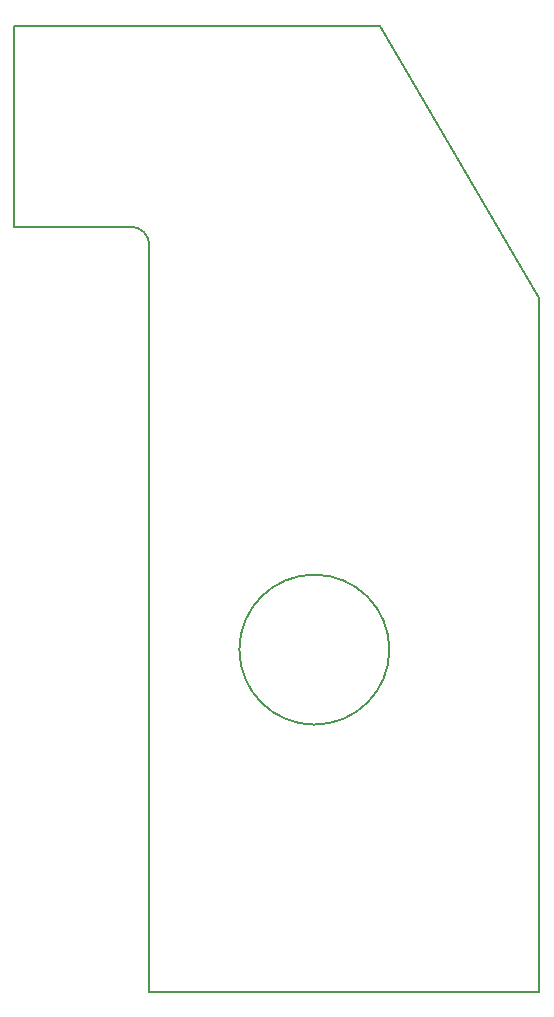
<source format=gbr>
%TF.GenerationSoftware,KiCad,Pcbnew,(6.0.9)*%
%TF.CreationDate,2023-01-06T08:45:20-09:00*%
%TF.ProjectId,AV COOL PANEL,41562043-4f4f-44c2-9050-414e454c2e6b,rev?*%
%TF.SameCoordinates,Original*%
%TF.FileFunction,Profile,NP*%
%FSLAX46Y46*%
G04 Gerber Fmt 4.6, Leading zero omitted, Abs format (unit mm)*
G04 Created by KiCad (PCBNEW (6.0.9)) date 2023-01-06 08:45:20*
%MOMM*%
%LPD*%
G01*
G04 APERTURE LIST*
%TA.AperFunction,Profile*%
%ADD10C,0.200000*%
%TD*%
G04 APERTURE END LIST*
D10*
X253237954Y-57594524D02*
X239776000Y-34544000D01*
X253237954Y-116332041D02*
X253237954Y-57594524D01*
X220218019Y-53149510D02*
X220217935Y-116332041D01*
X239776000Y-34544000D02*
X208788000Y-34544000D01*
X220217889Y-116332041D02*
X253237954Y-116332041D01*
X220217990Y-53149510D02*
G75*
G03*
X218630519Y-51562010I-1587490J10D01*
G01*
X208787910Y-51562057D02*
X218630544Y-51562057D01*
X240538019Y-87376010D02*
G75*
G03*
X240538019Y-87376010I-6350000J0D01*
G01*
X208788000Y-34544000D02*
X208787910Y-51562057D01*
M02*

</source>
